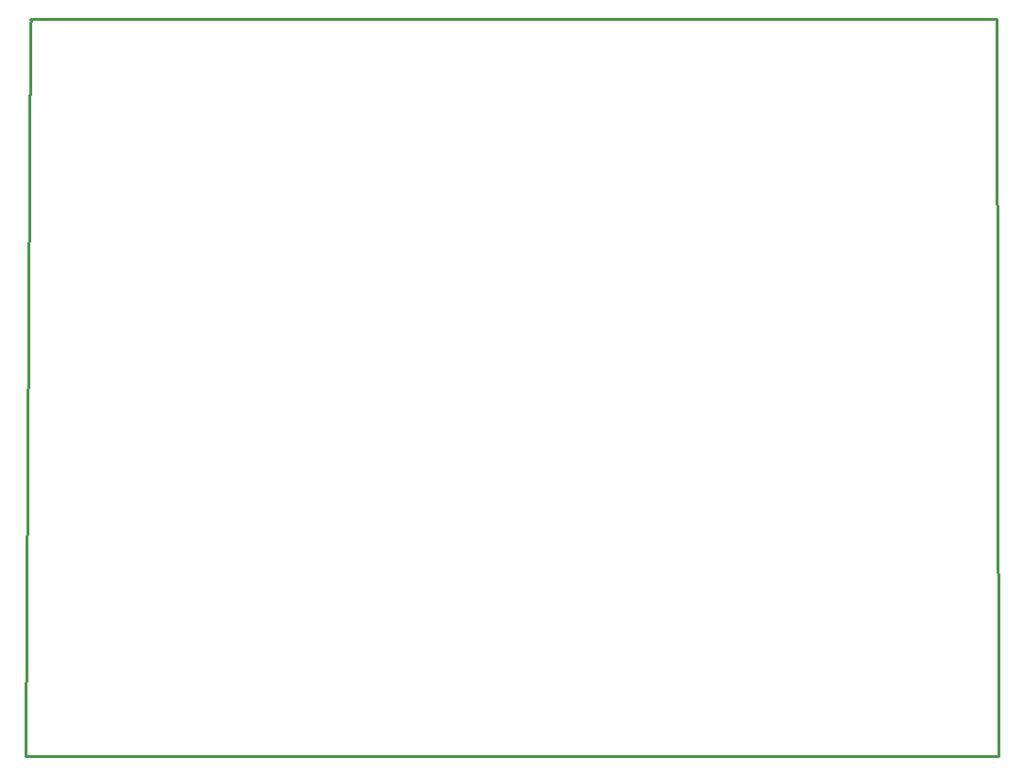
<source format=gko>
G04 Layer: BoardOutlineLayer*
G04 EasyEDA v6.5.22, 2022-11-07 08:41:36*
G04 a0478566845a414f978cb9b688239593,4d8ab2db40884aeb91e54047068f32cb,10*
G04 Gerber Generator version 0.2*
G04 Scale: 100 percent, Rotated: No, Reflected: No *
G04 Dimensions in inches *
G04 leading zeros omitted , absolute positions ,3 integer and 6 decimal *
%FSLAX36Y36*%
%MOIN*%

%ADD10C,0.0100*%
D10*
X300000Y1710000D02*
G01*
X295000Y1720000D01*
X3700000Y1720000D01*
X3700000Y1720000D01*
X3705000Y-875000D01*
X280000Y-875000D01*
X295000Y1710000D01*

%LPD*%
M02*

</source>
